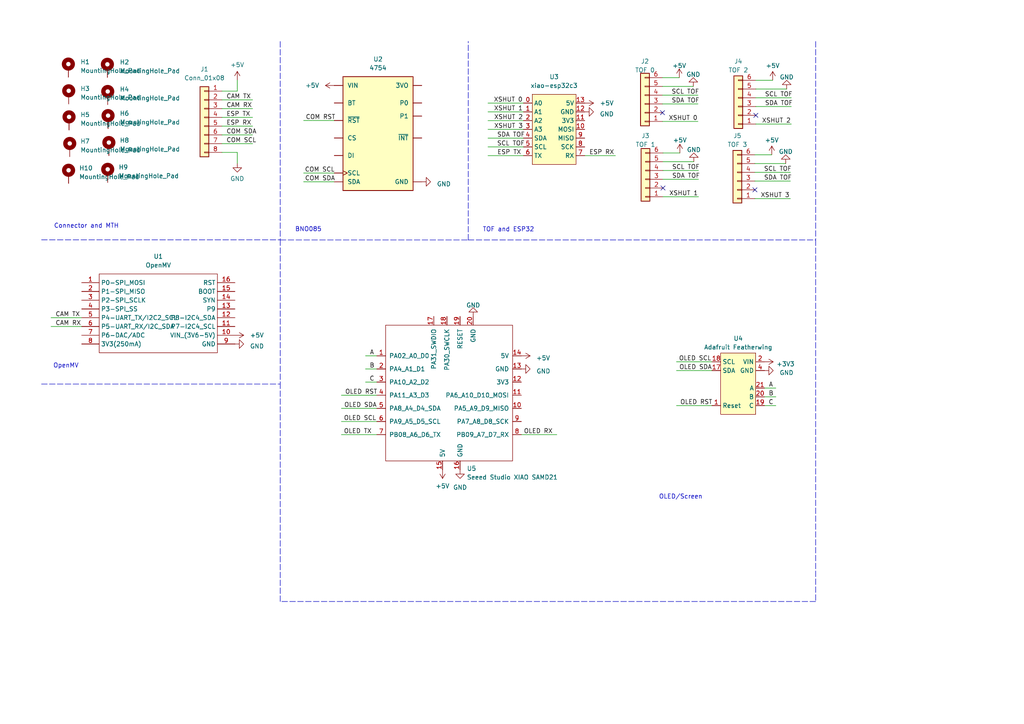
<source format=kicad_sch>
(kicad_sch (version 20230121) (generator eeschema)
  (paper "A4")
  (lib_symbols
    (symbol "Connector_Generic:Conn_01x06" (pin_names (offset 1.016) hide)
      (property "Reference" "J" (at 0 7.62 0))
      (property "Value" "Conn_01x06" (at 0 -10.16 0))
      (symbol "Conn_01x06_1_1"
        (rectangle (start -1.27 -7.493) (end 0 -7.747) (stroke (width 0.1524)))
        (rectangle (start -1.27 -4.953) (end 0 -5.207) (stroke (width 0.1524)))
        (rectangle (start -1.27 -2.413) (end 0 -2.667) (stroke (width 0.1524)))
        (rectangle (start -1.27 0.127) (end 0 -0.127) (stroke (width 0.1524)))
        (rectangle (start -1.27 2.667) (end 0 2.413) (stroke (width 0.1524)))
        (rectangle (start -1.27 5.207) (end 0 4.953) (stroke (width 0.1524)))
        (rectangle (start -1.27 6.35) (end 1.27 -8.89) (stroke (width 0.254)) (fill (type background)))
        (pin passive line (at -5.08 5.08 0) (length 3.81) (name "Pin_1") (number "1"))
        (pin passive line (at -5.08 2.54 0) (length 3.81) (name "Pin_2") (number "2"))
        (pin passive line (at -5.08 0 0) (length 3.81) (name "Pin_3") (number "3"))
        (pin passive line (at -5.08 -2.54 0) (length 3.81) (name "Pin_4") (number "4"))
        (pin passive line (at -5.08 -5.08 0) (length 3.81) (name "Pin_5") (number "5"))
        (pin passive line (at -5.08 -7.62 0) (length 3.81) (name "Pin_6") (number "6"))
      )
    )
    (symbol "Connector_Generic:Conn_01x08" (pin_names (offset 1.016) hide)
      (property "Reference" "J" (at 0 10.16 0))
      (property "Value" "Conn_01x08" (at 0 -12.7 0))
      (symbol "Conn_01x08_1_1"
        (rectangle (start -1.27 -10.033) (end 0 -10.287) (stroke (width 0.1524)))
        (rectangle (start -1.27 -7.493) (end 0 -7.747) (stroke (width 0.1524)))
        (rectangle (start -1.27 -4.953) (end 0 -5.207) (stroke (width 0.1524)))
        (rectangle (start -1.27 -2.413) (end 0 -2.667) (stroke (width 0.1524)))
        (rectangle (start -1.27 0.127) (end 0 -0.127) (stroke (width 0.1524)))
        (rectangle (start -1.27 2.667) (end 0 2.413) (stroke (width 0.1524)))
        (rectangle (start -1.27 5.207) (end 0 4.953) (stroke (width 0.1524)))
        (rectangle (start -1.27 7.747) (end 0 7.493) (stroke (width 0.1524)))
        (rectangle (start -1.27 8.89) (end 1.27 -11.43) (stroke (width 0.254)) (fill (type background)))
        (pin passive line (at -5.08 7.62 0) (length 3.81) (name "Pin_1") (number "1"))
        (pin passive line (at -5.08 5.08 0) (length 3.81) (name "Pin_2") (number "2"))
        (pin passive line (at -5.08 2.54 0) (length 3.81) (name "Pin_3") (number "3"))
        (pin passive line (at -5.08 0 0) (length 3.81) (name "Pin_4") (number "4"))
        (pin passive line (at -5.08 -2.54 0) (length 3.81) (name "Pin_5") (number "5"))
        (pin passive line (at -5.08 -5.08 0) (length 3.81) (name "Pin_6") (number "6"))
        (pin passive line (at -5.08 -7.62 0) (length 3.81) (name "Pin_7") (number "7"))
        (pin passive line (at -5.08 -10.16 0) (length 3.81) (name "Pin_8") (number "8"))
      )
    )
    (symbol "Mechanical:MountingHole_Pad" (pin_numbers hide) (pin_names (offset 1.016) hide)
      (property "Reference" "H" (at 0 6.35 0))
      (property "Value" "MountingHole_Pad" (at 0 4.445 0))
      (symbol "MountingHole_Pad_0_1"
        (circle (center 0 1.27) (radius 1.27) (stroke (width 1.27)))
      )
      (symbol "MountingHole_Pad_1_1"
        (pin input line (at 0 -2.54 90) (length 2.54) (name "1") (number "1"))
      )
    )
    (symbol "OLED:Adafruit_Featherwing"
      (property "Reference" "U" (at 0 0 0))
      (property "Value" "Adafruit Featherwing" (at 0 10.16 0))
      (symbol "Adafruit_Featherwing_1_1"
        (rectangle (start -5.08 8.89) (end 5.08 -8.89) (fill (type background)))
        (pin input line (at -7.62 -6.35 0) (length 2.54) (name "Reset") (number "1"))
        (pin bidirectional line (at -7.62 3.81 0) (length 2.54) (name "SDA") (number "17"))
        (pin bidirectional line (at -7.62 6.35 0) (length 2.54) (name "SCL") (number "18"))
        (pin output line (at 7.62 -6.35 180) (length 2.54) (name "C") (number "19"))
        (pin power_in line (at 7.62 6.35 180) (length 2.54) (name "VIN") (number "2"))
        (pin output line (at 7.62 -3.81 180) (length 2.54) (name "B") (number "20"))
        (pin output line (at 7.62 -1.27 180) (length 2.54) (name "A") (number "21"))
        (pin power_in line (at 7.62 3.81 180) (length 2.54) (name "GND") (number "4"))
      )
    )
    (symbol "Seeed_Studio_XIAO_Series:Seeed Studio XIAO SAMD21" (pin_names (offset 1.016))
      (property "Reference" "U" (at -19.05 22.86 0))
      (property "Value" "Seeed Studio XIAO SAMD21" (at -12.7 21.59 0))
      (symbol "Seeed Studio XIAO SAMD21_0_1"
        (rectangle (start -19.05 20.32) (end 17.78 -19.05))
      )
      (symbol "Seeed Studio XIAO SAMD21_1_1"
        (pin unspecified line (at -21.59 11.43 0) (length 2.54) (name "PA02_A0_D0") (number "1"))
        (pin unspecified line (at 20.32 -3.81 180) (length 2.54) (name "PA5_A9_D9_MISO") (number "10"))
        (pin unspecified line (at 20.32 0 180) (length 2.54) (name "PA6_A10_D10_MOSI") (number "11"))
        (pin unspecified line (at 20.32 3.81 180) (length 2.54) (name "3V3") (number "12"))
        (pin unspecified line (at 20.32 7.62 180) (length 2.54) (name "GND") (number "13"))
        (pin unspecified line (at 20.32 11.43 180) (length 2.54) (name "5V") (number "14"))
        (pin input line (at -2.54 -21.59 90) (length 2.54) (name "5V") (number "15"))
        (pin input line (at 2.54 -21.59 90) (length 2.54) (name "GND") (number "16"))
        (pin input line (at -5.08 22.86 270) (length 2.54) (name "PA31_SWDIO") (number "17"))
        (pin input line (at -1.27 22.86 270) (length 2.54) (name "PA30_SWCLK") (number "18"))
        (pin input line (at 2.54 22.86 270) (length 2.54) (name "RESET") (number "19"))
        (pin unspecified line (at -21.59 7.62 0) (length 2.54) (name "PA4_A1_D1") (number "2"))
        (pin input line (at 6.35 22.86 270) (length 2.54) (name "GND") (number "20"))
        (pin unspecified line (at -21.59 3.81 0) (length 2.54) (name "PA10_A2_D2") (number "3"))
        (pin unspecified line (at -21.59 0 0) (length 2.54) (name "PA11_A3_D3") (number "4"))
        (pin unspecified line (at -21.59 -3.81 0) (length 2.54) (name "PA8_A4_D4_SDA") (number "5"))
        (pin unspecified line (at -21.59 -7.62 0) (length 2.54) (name "PA9_A5_D5_SCL") (number "6"))
        (pin unspecified line (at -21.59 -11.43 0) (length 2.54) (name "PB08_A6_D6_TX") (number "7"))
        (pin unspecified line (at 20.32 -11.43 180) (length 2.54) (name "PB09_A7_D7_RX") (number "8"))
        (pin unspecified line (at 20.32 -7.62 180) (length 2.54) (name "PA7_A8_D8_SCK") (number "9"))
      )
    )
    (symbol "power:+3V3" (power) (pin_names (offset 0))
      (property "Value" "+3V3" (at 0 3.556 0))
      (symbol "+3V3_0_1"
        (polyline (pts (xy -0.762 1.27) (xy 0 2.54)))
        (polyline (pts (xy 0 0) (xy 0 2.54)))
        (polyline (pts (xy 0 2.54) (xy 0.762 1.27)))
      )
      (symbol "+3V3_1_1"
        (pin power_in line (at 0 0 90) (length 0) hide (name "+3V3") (number "1"))
      )
    )
    (symbol "power:+5V" (power) (pin_names (offset 0))
      (property "Value" "+5V" (at 0 3.556 0))
      (symbol "+5V_0_1"
        (polyline (pts (xy -0.762 1.27) (xy 0 2.54)))
        (polyline (pts (xy 0 0) (xy 0 2.54)))
        (polyline (pts (xy 0 2.54) (xy 0.762 1.27)))
      )
      (symbol "+5V_1_1"
        (pin power_in line (at 0 0 90) (length 0) hide (name "+5V") (number "1"))
      )
    )
    (symbol "power:GND" (power) (pin_names (offset 0))
      (property "Value" "GND" (at 0 -3.81 0))
      (symbol "GND_0_1"
        (polyline (pts (xy 0 0) (xy 0 -1.27) (xy 1.27 -1.27) (xy 0 -2.54) (xy -1.27 -1.27) (xy 0 -1.27)))
      )
      (symbol "GND_1_1"
        (pin power_in line (at 0 0 270) (length 0) hide (name "GND") (number "1"))
      )
    )
    (symbol "vincent:4754" (pin_numbers hide) (pin_names (offset 1.27))
      (property "Reference" "U" (at -10.16 16.002 0))
      (property "Value" "4754" (at -10.16 -20.32 0))
      (symbol "4754_0_0"
        (rectangle (start -10.16 15.24) (end 10.16 -17.78) (stroke (width 0.254)) (fill (type background)))
      )
      (symbol "4754_1_0"
        (pin input line (at -12.7 12.7 0) (length 2.54) (name "VIN") (number "JP1_1"))
        (pin output line (at 12.7 12.7 180) (length 2.54) (name "3VO") (number "JP1_2"))
        (pin power_in line (at 12.7 -15.24 180) (length 2.54) (name "GND") (number "JP1_3"))
        (pin bidirectional clock (at -12.7 -12.7 0) (length 2.54) (name "SCL") (number "JP1_4"))
        (pin bidirectional line (at -12.7 -15.24 0) (length 2.54) (name "SDA") (number "JP1_5"))
        (pin output line (at 12.7 -2.54 180) (length 2.54) (name "~{INT}") (number "JP1_6"))
        (pin input line (at -12.7 7.62 0) (length 2.54) (name "BT") (number "JP2_1"))
        (pin bidirectional line (at 12.7 7.62 180) (length 2.54) (name "P0") (number "JP2_2"))
        (pin bidirectional line (at 12.7 3.81 180) (length 2.54) (name "P1") (number "JP2_3"))
        (pin input line (at -12.7 2.54 0) (length 2.54) (name "~{RST}") (number "JP2_4"))
        (pin input line (at -12.7 -7.62 0) (length 2.54) (name "DI") (number "JP2_5"))
        (pin input line (at -12.7 -2.54 0) (length 2.54) (name "CS") (number "JP2_6"))
      )
    )
    (symbol "vincent:OpenMV"
      (property "Reference" "U" (at -16.51 3.81 0))
      (property "Value" "OpenMV" (at -12.7 1.27 0))
      (symbol "OpenMV_0_1"
        (rectangle (start -17.78 0) (end 16.51 -22.86))
      )
      (symbol "OpenMV_1_1"
        (pin input line (at -22.86 -2.54 0) (length 5.08) (name "P0-SPI_MOSI") (number "1"))
        (pin power_in line (at 21.59 -17.78 180) (length 5.08) (name "VIN_(3V6-5V)") (number "10"))
        (pin input line (at 21.59 -15.24 180) (length 5.08) (name "P7-I2C4_SCL") (number "11"))
        (pin bidirectional line (at 21.59 -12.7 180) (length 5.08) (name "P8-I2C4_SDA") (number "12"))
        (pin input line (at 21.59 -10.16 180) (length 5.08) (name "P9") (number "13"))
        (pin input line (at 21.59 -7.62 180) (length 5.08) (name "SYN") (number "14"))
        (pin input line (at 21.59 -5.08 180) (length 5.08) (name "BOOT") (number "15"))
        (pin input line (at 21.59 -2.54 180) (length 5.08) (name "RST") (number "16"))
        (pin input line (at -22.86 -5.08 0) (length 5.08) (name "P1-SPI_MISO") (number "2"))
        (pin input line (at -22.86 -7.62 0) (length 5.08) (name "P2-SPI_SCLK") (number "3"))
        (pin input line (at -22.86 -10.16 0) (length 5.08) (name "P3-SPI_SS") (number "4"))
        (pin input line (at -22.86 -12.7 0) (length 5.08) (name "P4-UART_TX/I2C2_SCL") (number "5"))
        (pin bidirectional line (at -22.86 -15.24 0) (length 5.08) (name "P5-UART_RX/I2C_SDA") (number "6"))
        (pin input line (at -22.86 -17.78 0) (length 5.08) (name "P6-DAC/ADC") (number "7"))
        (pin power_out line (at -22.86 -20.32 0) (length 5.08) (name "3V3(250mA)") (number "8"))
        (pin power_in line (at 21.59 -20.32 180) (length 5.08) (name "GND") (number "9"))
      )
    )
    (symbol "vincent:xiao-esp32c3"
      (property "Reference" "U" (at -5.08 1.27 0))
      (property "Value" "xiao-esp32c3" (at 0 -21.59 0))
      (symbol "xiao-esp32c3_1_1"
        (rectangle (start -6.35 0) (end 6.35 -20.32) (fill (type background)))
        (pin input line (at -8.89 -2.54 0) (length 2.54) (name "A0") (number "0"))
        (pin input line (at -8.89 -5.08 0) (length 2.54) (name "A1") (number "1"))
        (pin bidirectional line (at 8.89 -10.16 180) (length 2.54) (name "MOSI") (number "10"))
        (pin bidirectional line (at 8.89 -7.62 180) (length 2.54) (name "3V3") (number "11"))
        (pin bidirectional line (at 8.89 -5.08 180) (length 2.54) (name "GND") (number "12"))
        (pin bidirectional line (at 8.89 -2.54 180) (length 2.54) (name "5V") (number "13"))
        (pin input line (at -8.89 -7.62 0) (length 2.54) (name "A2") (number "2"))
        (pin input line (at -8.89 -10.16 0) (length 2.54) (name "A3") (number "3"))
        (pin bidirectional line (at -8.89 -12.7 0) (length 2.54) (name "SDA") (number "4"))
        (pin bidirectional line (at -8.89 -15.24 0) (length 2.54) (name "SCL") (number "5"))
        (pin bidirectional line (at -8.89 -17.78 0) (length 2.54) (name "TX") (number "6"))
        (pin bidirectional line (at 8.89 -17.78 180) (length 2.54) (name "RX") (number "7"))
        (pin bidirectional line (at 8.89 -15.24 180) (length 2.54) (name "SCK") (number "8"))
        (pin bidirectional line (at 8.89 -12.7 180) (length 2.54) (name "MISO") (number "9"))
      )
    )
  )
  (no_connect (at 192.2959 54.5315))
  (no_connect (at 218.9532 55.06))
  (no_connect (at 219.2226 33.4426))
  (no_connect (at 192.145 32.686))
  (wire (pts (xy 141.5392 29.9042) (xy 151.8319 29.9042)))
  (wire (pts (xy 192.2959 57.0715) (xy 202.5886 57.0715)))
  (wire (pts (xy 221.7317 115.0971) (xy 225.0427 115.0971)))
  (wire (pts (xy 219.2226 23.2826) (xy 224.1187 23.2826)))
  (wire (pts (xy 192.145 22.526) (xy 197.0235 22.526)))
  (wire (pts (xy 192.2959 51.9915) (xy 202.5886 51.9915)))
  (wire (pts (xy 218.9532 49.98) (xy 229.2459 49.98)))
  (wire (pts (xy 192.2959 49.4515) (xy 202.5886 49.4515)))
  (wire (pts (xy 219.2226 35.9826) (xy 229.5153 35.9826)))
  (polyline (pts (xy 81.2773 174.4598) (xy 81.2773 111.396)) (stroke (width 0) (type dash)))
  (wire (pts (xy 106.009 103.2067) (xy 109.3072 103.2067)))
  (wire (pts (xy 106.0047 110.8267) (xy 109.3072 110.8267)))
  (wire (pts (xy 14.8002 92.1565) (xy 23.6902 92.1565)))
  (wire (pts (xy 68.821 23.2523) (xy 68.821 26.4273)))
  (wire (pts (xy 228.1656 25.8226) (xy 219.2226 25.8226)))
  (wire (pts (xy 201.088 25.066) (xy 192.145 25.066)))
  (wire (pts (xy 64.376 28.9673) (xy 73.266 28.9673)))
  (wire (pts (xy 99.0145 126.0667) (xy 109.3072 126.0667)))
  (polyline (pts (xy 135.8088 12.0264) (xy 135.8142 12.0264)))
  (polyline (pts (xy 135.8088 69.5957) (xy 135.8088 12.0264)) (stroke (width 0) (type dash)))
  (wire (pts (xy 151.2172 126.0667) (xy 161.5099 126.0667)))
  (wire (pts (xy 99.0145 118.4467) (xy 109.3072 118.4467)))
  (polyline (pts (xy 81.2697 69.5626) (xy 81.2697 69.5957)))
  (wire (pts (xy 192.145 30.146) (xy 202.4377 30.146)))
  (wire (pts (xy 141.5392 32.4442) (xy 151.8319 32.4442)))
  (wire (pts (xy 88.0546 50.1874) (xy 96.9446 50.1874)))
  (wire (pts (xy 64.376 31.5073) (xy 73.266 31.5073)))
  (polyline (pts (xy 236.5783 69.5843) (xy 236.5783 174.4598)) (stroke (width 0) (type dash)))
  (wire (pts (xy 99.0145 114.6367) (xy 109.3072 114.6367)))
  (polyline (pts (xy 236.5833 12.022) (xy 236.5833 69.5929)) (stroke (width 0) (type dash)))
  (wire (pts (xy 219.2226 30.9026) (xy 229.5153 30.9026)))
  (wire (pts (xy 227.8962 47.44) (xy 218.9532 47.44)))
  (wire (pts (xy 141.5392 37.5242) (xy 151.8319 37.5242)))
  (wire (pts (xy 201.2389 46.9115) (xy 192.2959 46.9115)))
  (wire (pts (xy 196.199 107.4771) (xy 206.4917 107.4771)))
  (wire (pts (xy 196.199 117.6371) (xy 206.4917 117.6371)))
  (wire (pts (xy 192.145 27.606) (xy 202.4377 27.606)))
  (wire (pts (xy 68.821 47.3823) (xy 68.821 44.2073)))
  (wire (pts (xy 196.199 104.9371) (xy 206.4917 104.9371)))
  (wire (pts (xy 141.5392 45.1442) (xy 151.8319 45.1442)))
  (polyline (pts (xy 12.0423 69.565) (xy 81.274 69.565)) (stroke (width 0) (type dash)))
  (wire (pts (xy 218.9532 57.6) (xy 229.2459 57.6)))
  (wire (pts (xy 192.2959 44.3715) (xy 197.192 44.3715)))
  (wire (pts (xy 221.7317 117.6371) (xy 225.0342 117.6371)))
  (polyline (pts (xy 81.2697 69.5957) (xy 135.8088 69.5957)) (stroke (width 0) (type dash)))
  (polyline (pts (xy 236.5783 174.4598) (xy 81.2773 174.4598)) (stroke (width 0) (type dash)))
  (wire (pts (xy 99.0145 122.2567) (xy 109.3072 122.2567)))
  (wire (pts (xy 14.8002 94.6965) (xy 23.6902 94.6965)))
  (wire (pts (xy 141.5392 34.9842) (xy 151.8319 34.9842)))
  (wire (pts (xy 219.2226 28.3626) (xy 229.5153 28.3626)))
  (wire (pts (xy 88.0546 34.9474) (xy 96.9446 34.9474)))
  (wire (pts (xy 105.9962 107.0167) (xy 109.3072 107.0167)))
  (wire (pts (xy 64.376 34.0473) (xy 73.266 34.0473)))
  (wire (pts (xy 141.5392 40.0642) (xy 151.8319 40.0642)))
  (polyline (pts (xy 81.274 12.0332) (xy 81.274 69.5154)) (stroke (width 0) (type dash)))
  (wire (pts (xy 64.376 44.2073) (xy 68.821 44.2073)))
  (polyline (pts (xy 81.2801 69.5616) (xy 81.2801 111.3906)) (stroke (width 0) (type dash)))
  (wire (pts (xy 218.9532 44.9) (xy 223.8493 44.9)))
  (wire (pts (xy 169.6119 45.1442) (xy 178.5019 45.1442)))
  (wire (pts (xy 192.145 35.226) (xy 202.4377 35.226)))
  (wire (pts (xy 141.5392 42.6042) (xy 151.8319 42.6042)))
  (wire (pts (xy 221.7317 112.5571) (xy 225.0299 112.5571)))
  (wire (pts (xy 64.376 41.6673) (xy 73.266 41.6673)))
  (wire (pts (xy 88.0546 52.7274) (xy 96.9446 52.7274)))
  (wire (pts (xy 64.376 26.4273) (xy 68.821 26.4273)))
  (wire (pts (xy 64.376 36.5873) (xy 73.266 36.5873)))
  (wire (pts (xy 64.376 39.1273) (xy 73.266 39.1273)))
  (polyline (pts (xy 12.0372 111.3906) (xy 81.2801 111.3906)) (stroke (width 0) (type dash)))
  (polyline (pts (xy 135.8074 69.5929) (xy 236.5833 69.5929)) (stroke (width 0) (type dash)))
  (wire (pts (xy 218.9532 52.52) (xy 229.2459 52.52)))
  (text "BNO085" (at 85.5565 67.3701 0) (effects (font (size 1.27 1.27)) (justify left bottom)))
  (text "OLED/Screen" (at 191.0877 144.9308 0) (effects (font (size 1.27 1.27)) (justify left bottom)))
  (text "TOF and ESP32" (at 139.9649 67.4108 0) (effects (font (size 1.27 1.27)) (justify left bottom)))
  (text "OpenMV" (at 15.3999 106.9067 0) (effects (font (size 1.27 1.27)) (justify left bottom)))
  (text "Connector and MTH" (at 15.6162 66.3764 0) (effects (font (size 1.27 1.27)) (justify left bottom)))
  (label "OLED SCL" (at 196.8891 104.9371 0))
  (label "B" (at 222.9142 115.0971 0))
  (label "XSHUT 1" (at 143.2401 32.4442 0))
  (label "A" (at 107.2339 103.2067 0))
  (label "CAM TX" (at 65.646 28.9673 0))
  (label "ESP RX" (at 65.646 36.5873 0))
  (label "B" (at 107.1787 107.0167 0))
  (label "SCL TOF" (at 194.8927 49.4515 0))
  (label "SDA TOF" (at 194.9063 51.9915 0))
  (label "SDA TOF" (at 144.1496 40.0642 0))
  (label "CAM RX" (at 65.646 31.5073 0))
  (label "COM SDA" (at 88.4224 52.7274 0))
  (label "OLED SCL" (at 99.7046 122.2567 0))
  (label "ESP TX" (at 65.646 34.0473 0))
  (label "C" (at 107.1589 110.8267 0))
  (label "CAM RX" (at 16.0702 94.6965 0))
  (label "XSHUT 1" (at 194.0595 57.0715 0))
  (label "SCL TOF" (at 221.8194 28.3626 0))
  (label "COM SCL" (at 88.3912 50.1874 0))
  (label "XSHUT 3" (at 143.2804 37.5242 0))
  (label "XSHUT 2" (at 220.9644 35.9826 0))
  (label "OLED RX" (at 151.9073 126.0667 0))
  (label "OLED RST" (at 197.2539 117.6371 0))
  (label "OLED TX" (at 99.7046 126.0667 0))
  (label "XSHUT 2" (at 143.2817 34.9842 0))
  (label "A" (at 222.9566 112.5571 0))
  (label "ESP TX" (at 144.2119 45.1442 0))
  (label "C" (at 222.8859 117.6371 0))
  (label "SDA TOF" (at 221.833 30.9026 0))
  (label "COM SDA" (at 65.646 39.1273 0))
  (label "XSHUT 0" (at 193.9147 35.226 0))
  (label "SCL TOF" (at 194.7418 27.606 0))
  (label "OLED SDA" (at 99.7915 118.4467 0))
  (label "SCL TOF" (at 221.55 49.98 0))
  (label "COM SCL" (at 65.646 41.6673 0))
  (label "CAM TX" (at 16.0702 92.1565 0))
  (label "COM RST" (at 88.6323 34.9474 0))
  (label "XSHUT 3" (at 220.5986 57.6 0))
  (label "SCL TOF" (at 144.136 42.6042 0))
  (label "SDA TOF" (at 221.5636 52.52 0))
  (label "XSHUT 0" (at 143.1913 29.9042 0))
  (label "ESP RX" (at 170.8819 45.1442 0))
  (label "OLED SDA" (at 196.976 107.4771 0))
  (label "SDA TOF" (at 194.7554 30.146 0))
  (label "OLED RST" (at 100.0694 114.6367 0))
  (symbol (lib_id "Seeed_Studio_XIAO_Series:Seeed Studio XIAO SAMD21") (at 130.8972 114.6367 0) (unit 1)
    (property "Reference" "U5" (at 135.3931 135.89 0) (effects (justify left)))
    (property "Value" "Seeed Studio XIAO SAMD21" (at 135.3931 138.43 0) (effects (justify left)))
    (property "Footprint" "2024l1:Seeeduino XIAO SAMD 21 TFT" (effects hide))
  )
  (symbol (lib_id "power:GND") (at 169.6119 32.4442 90) (unit 1)
    (property "Reference" "#PWR04" (effects hide))
    (property "Value" "GND" (at 173.9583 33.0792 90) (effects (justify right)))
  )
  (symbol (lib_id "Mechanical:MountingHole_Pad") (at 31.145 19.9244 0) (unit 1)
    (property "Reference" "H2" (at 34.7269 18.0194 0) (effects (justify left)))
    (property "Value" "MountingHole_Pad" (at 34.7269 20.5594 0) (effects (justify left)))
    (property "Footprint" "MountingHole:MountingHole_3.2mm_M3_Pad_Via" (effects hide))
  )
  (symbol (lib_id "Mechanical:MountingHole_Pad") (at 19.829 19.857 0) (unit 1)
    (property "Reference" "H1" (at 23.2969 17.952 0) (effects (justify left)))
    (property "Value" "MountingHole_Pad" (at 23.2969 20.492 0) (effects (justify left)))
    (property "Footprint" "MountingHole:MountingHole_3.2mm_M3_Pad_Via" (effects hide))
  )
  (symbol (lib_id "Mechanical:MountingHole_Pad") (at 31.246 27.8052 0) (unit 1)
    (property "Reference" "H4" (at 34.7269 25.9002 0) (effects (justify left)))
    (property "Value" "MountingHole_Pad" (at 34.7269 28.4402 0) (effects (justify left)))
    (property "Footprint" "MountingHole:MountingHole_3.2mm_M3_Pad_Via" (effects hide))
  )
  (symbol (lib_id "vincent:4754") (at 109.6446 37.4874 0) (unit 1)
    (property "Reference" "U2" (at 109.6446 17.1674 0))
    (property "Value" "4754" (at 109.6446 19.7074 0))
    (property "Footprint" "2024l3:bno085" (effects hide))
  )
  (symbol (lib_id "power:GND") (at 221.7317 107.4771 90) (unit 1)
    (property "Reference" "#PWR011" (effects hide))
    (property "Value" "GND" (at 226.0781 108.1121 90) (effects (justify right)))
  )
  (symbol (lib_id "power:GND") (at 137.2472 91.7767 180) (unit 1)
    (property "Reference" "#PWR014" (effects hide))
    (property "Value" "GND" (at 137.2472 88.5316 0))
  )
  (symbol (lib_id "power:GND") (at 68.821 47.3823 0) (unit 1)
    (property "Reference" "#PWR02" (effects hide))
    (property "Value" "GND" (at 68.821 51.8273 0))
  )
  (symbol (lib_id "power:GND") (at 228.1656 25.8226 180) (unit 1)
    (property "Reference" "#PWR027" (effects hide))
    (property "Value" "GND" (at 228.1656 22.3607 0))
  )
  (symbol (lib_id "power:+5V") (at 128.3572 136.2267 180) (unit 1)
    (property "Reference" "#PWR016" (effects hide))
    (property "Value" "+5V" (at 128.3572 140.97 0))
  )
  (symbol (lib_id "power:GND") (at 133.4372 136.2267 0) (unit 1)
    (property "Reference" "#PWR015" (effects hide))
    (property "Value" "GND" (at 133.4372 141.3734 0))
  )
  (symbol (lib_id "vincent:xiao-esp32c3") (at 160.7219 27.3642 0) (unit 1)
    (property "Reference" "U3" (at 160.7219 22.2842 0))
    (property "Value" "xiao-esp32c3" (at 160.7219 24.8242 0))
    (property "Footprint" "2024l3:xiao-esp32c3" (effects hide))
    (property "Datasheet" "https://files.seeedstudio.com/wiki/XIAO_WiFi/Resources/esp32-c3_datasheet.pdf" (effects hide))
  )
  (symbol (lib_id "power:+3V3") (at 221.7317 104.9371 270) (unit 1)
    (property "Reference" "#PWR010" (effects hide))
    (property "Value" "+3V3" (at 225.1871 105.5721 90) (effects (justify left)))
  )
  (symbol (lib_id "Connector_Generic:Conn_01x08") (at 59.296 34.0473 0) (mirror y) (unit 1)
    (property "Reference" "J1" (at 59.296 20.0773 0))
    (property "Value" "Conn_01x08" (at 59.296 22.6173 0))
    (property "Footprint" "Connector_JST:JST_XH_S8B-XH-A_1x08_P2.50mm_Horizontal" (effects hide))
  )
  (symbol (lib_id "power:GND") (at 201.2389 46.9115 180) (unit 1)
    (property "Reference" "#PWR025" (effects hide))
    (property "Value" "GND" (at 201.2389 43.4496 0))
  )
  (symbol (lib_id "power:GND") (at 201.088 25.066 180) (unit 1)
    (property "Reference" "#PWR09" (effects hide))
    (property "Value" "GND" (at 201.088 21.6041 0))
  )
  (symbol (lib_id "Mechanical:MountingHole_Pad") (at 19.891 50.6548 0) (unit 1)
    (property "Reference" "H10" (at 22.959 48.7498 0) (effects (justify left)))
    (property "Value" "MountingHole_Pad" (at 22.959 51.2898 0) (effects (justify left)))
    (property "Footprint" "MountingHole:MountingHole_3.2mm_M3_Pad_Via" (effects hide))
  )
  (symbol (lib_id "power:+5V") (at 224.1187 23.2826 0) (unit 1)
    (property "Reference" "#PWR021" (effects hide))
    (property "Value" "+5V" (at 224.1187 19.0641 0))
  )
  (symbol (lib_id "Mechanical:MountingHole_Pad") (at 31.5786 42.6132 0) (unit 1)
    (property "Reference" "H8" (at 34.7269 40.7082 0) (effects (justify left)))
    (property "Value" "MountingHole_Pad" (at 34.7269 43.2482 0) (effects (justify left)))
    (property "Footprint" "MountingHole:MountingHole_3.2mm_M3_Pad_Via" (effects hide))
  )
  (symbol (lib_id "power:+5V") (at 169.6119 29.9042 270) (unit 1)
    (property "Reference" "#PWR03" (effects hide))
    (property "Value" "+5V" (at 173.9408 29.9083 90) (effects (justify left)))
  )
  (symbol (lib_id "power:+5V") (at 68.1402 97.2365 270) (unit 1)
    (property "Reference" "#PWR07" (effects hide))
    (property "Value" "+5V" (at 72.4691 97.2406 90) (effects (justify left)))
  )
  (symbol (lib_id "Mechanical:MountingHole_Pad") (at 31.3429 34.7998 0) (unit 1)
    (property "Reference" "H6" (at 34.7269 32.8948 0) (effects (justify left)))
    (property "Value" "MountingHole_Pad" (at 34.7269 35.4348 0) (effects (justify left)))
    (property "Footprint" "MountingHole:MountingHole_3.2mm_M3_Pad_Via" (effects hide))
  )
  (symbol (lib_id "Mechanical:MountingHole_Pad") (at 20.0269 35.1703 0) (unit 1)
    (property "Reference" "H5" (at 23.2969 33.2653 0) (effects (justify left)))
    (property "Value" "MountingHole_Pad" (at 23.2969 35.8053 0) (effects (justify left)))
    (property "Footprint" "MountingHole:MountingHole_3.2mm_M3_Pad_Via" (effects hide))
  )
  (symbol (lib_id "power:+5V") (at 151.2172 103.2067 270) (unit 1)
    (property "Reference" "#PWR012" (effects hide))
    (property "Value" "+5V" (at 155.4996 103.8417 90) (effects (justify left)))
  )
  (symbol (lib_id "Connector_Generic:Conn_01x06") (at 213.8732 52.52 180) (unit 1)
    (property "Reference" "J5" (at 213.8732 39.3841 0))
    (property "Value" "TOF 3" (at 213.8732 41.9241 0))
    (property "Footprint" "Connector_PinSocket_2.54mm:PinSocket_1x06_P2.54mm_Vertical" (effects hide))
  )
  (symbol (lib_id "Mechanical:MountingHole_Pad") (at 31.2407 50.3854 0) (unit 1)
    (property "Reference" "H9" (at 34.389 48.4804 0) (effects (justify left)))
    (property "Value" "MountingHole_Pad" (at 34.389 51.0204 0) (effects (justify left)))
    (property "Footprint" "MountingHole:MountingHole_3.2mm_M3_Pad_Via" (effects hide))
  )
  (symbol (lib_id "Connector_Generic:Conn_01x06") (at 187.2159 51.9915 180) (unit 1)
    (property "Reference" "J3" (at 187.2159 39.3841 0))
    (property "Value" "TOF 1" (at 187.2159 41.9241 0))
    (property "Footprint" "Connector_PinSocket_2.54mm:PinSocket_1x06_P2.54mm_Vertical" (effects hide))
  )
  (symbol (lib_id "power:+5V") (at 197.192 44.3715 0) (unit 1)
    (property "Reference" "#PWR023" (effects hide))
    (property "Value" "+5V" (at 197.192 40.6541 0))
  )
  (symbol (lib_id "power:GND") (at 227.8962 47.44 180) (unit 1)
    (property "Reference" "#PWR026" (effects hide))
    (property "Value" "GND" (at 227.8962 43.9781 0))
  )
  (symbol (lib_id "Connector_Generic:Conn_01x06") (at 214.1426 30.9026 180) (unit 1)
    (property "Reference" "J4" (at 214.1426 17.7941 0))
    (property "Value" "TOF 2" (at 214.1426 20.3341 0))
    (property "Footprint" "Connector_PinSocket_2.54mm:PinSocket_1x06_P2.54mm_Vertical" (effects hide))
  )
  (symbol (lib_id "power:GND") (at 151.2172 107.0167 90) (unit 1)
    (property "Reference" "#PWR013" (effects hide))
    (property "Value" "GND" (at 155.5636 107.6517 90) (effects (justify right)))
  )
  (symbol (lib_id "Connector_Generic:Conn_01x06") (at 187.065 30.146 180) (unit 1)
    (property "Reference" "J2" (at 187.065 17.7941 0))
    (property "Value" "TOF 0" (at 187.065 20.3341 0))
    (property "Footprint" "Connector_PinSocket_2.54mm:PinSocket_1x06_P2.54mm_Vertical" (effects hide))
  )
  (symbol (lib_id "power:GND") (at 122.3446 52.7274 90) (unit 1)
    (property "Reference" "#PWR06" (effects hide))
    (property "Value" "GND" (at 126.691 53.3624 90) (effects (justify right)))
  )
  (symbol (lib_id "Mechanical:MountingHole_Pad") (at 20.2289 42.8826 0) (unit 1)
    (property "Reference" "H7" (at 23.2969 40.9776 0) (effects (justify left)))
    (property "Value" "MountingHole_Pad" (at 23.2969 43.5176 0) (effects (justify left)))
    (property "Footprint" "MountingHole:MountingHole_3.2mm_M3_Pad_Via" (effects hide))
  )
  (symbol (lib_id "power:+5V") (at 68.821 23.2523 0) (unit 1)
    (property "Reference" "#PWR01" (effects hide))
    (property "Value" "+5V" (at 68.821 18.8073 0))
  )
  (symbol (lib_id "OLED:Adafruit_Featherwing") (at 214.1117 111.2871 0) (unit 1)
    (property "Reference" "U4" (at 214.1117 98.1643 0))
    (property "Value" "Adafruit Featherwing" (at 214.1117 100.7043 0))
    (property "Footprint" "2024l3:Adafruit Feather OLED" (effects hide))
  )
  (symbol (lib_id "Mechanical:MountingHole_Pad") (at 19.93 27.6031 0) (unit 1)
    (property "Reference" "H3" (at 23.2969 25.6981 0) (effects (justify left)))
    (property "Value" "MountingHole_Pad" (at 23.2969 28.2381 0) (effects (justify left)))
    (property "Footprint" "MountingHole:MountingHole_3.2mm_M3_Pad_Via" (effects hide))
  )
  (symbol (lib_id "power:GND") (at 68.1402 99.7765 90) (unit 1)
    (property "Reference" "#PWR08" (effects hide))
    (property "Value" "GND" (at 72.4866 100.4115 90) (effects (justify right)))
  )
  (symbol (lib_id "power:+5V") (at 223.8493 44.9 0) (unit 1)
    (property "Reference" "#PWR022" (effects hide))
    (property "Value" "+5V" (at 223.8493 40.6541 0))
  )
  (symbol (lib_id "power:+5V") (at 96.9446 24.7874 90) (unit 1)
    (property "Reference" "#PWR05" (effects hide))
    (property "Value" "+5V" (at 92.6157 24.7833 90) (effects (justify left)))
  )
  (symbol (lib_id "vincent:OpenMV") (at 46.5502 79.4565 0) (unit 1)
    (property "Reference" "U1" (at 45.9152 74.3765 0))
    (property "Value" "OpenMV" (at 45.9152 76.9165 0))
    (property "Footprint" "2024l3:openmv" (effects hide))
    (property "Datasheet" "https://cdn.shopify.com/s/files/1/0803/9211/files/OpenMV-H7.pdf?10726770933929369108" (effects hide))
  )
  (symbol (lib_id "power:+5V") (at 197.0235 22.526 0) (unit 1)
    (property "Reference" "#PWR024" (effects hide))
    (property "Value" "+5V" (at 197.0235 19.0641 0))
  )
)
</source>
